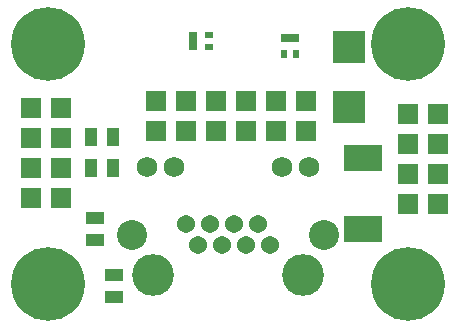
<source format=gbr>
G04 #@! TF.FileFunction,Soldermask,Bot*
%FSLAX46Y46*%
G04 Gerber Fmt 4.6, Leading zero omitted, Abs format (unit mm)*
G04 Created by KiCad (PCBNEW 4.0.1-stable) date 18. 2. 2016 10:37:37*
%MOMM*%
G01*
G04 APERTURE LIST*
%ADD10C,0.300000*%
%ADD11R,0.539720X0.689580*%
%ADD12C,3.540000*%
%ADD13C,2.540000*%
%ADD14C,1.540000*%
%ADD15C,1.740000*%
%ADD16R,1.764000X1.764000*%
%ADD17R,1.637000X1.129000*%
%ADD18C,6.240000*%
%ADD19R,1.129000X1.637000*%
%ADD20R,2.739360X2.790160*%
%ADD21R,0.689580X0.539720*%
%ADD22R,3.240000X2.240000*%
G04 APERTURE END LIST*
D10*
D11*
X25090120Y25974040D03*
X26090880Y25974040D03*
X25090120Y24571960D03*
X25590500Y25974040D03*
X26090880Y24571960D03*
D12*
X13970000Y5842000D03*
X26670000Y5842000D03*
D13*
X28450000Y9272000D03*
X12190000Y9272000D03*
D14*
X17780000Y8382000D03*
X19810000Y8382000D03*
X21840000Y8382000D03*
X23870000Y8382000D03*
X16760000Y10162000D03*
X18790000Y10162000D03*
X20820000Y10162000D03*
X22850000Y10162000D03*
D15*
X27180000Y14982000D03*
X24890000Y14982000D03*
X15750000Y14982000D03*
X13460000Y14982000D03*
D16*
X35560000Y19494500D03*
X38100000Y19494500D03*
X35560000Y16954500D03*
X38100000Y16954500D03*
X35560000Y14414500D03*
X38100000Y14414500D03*
X35560000Y11874500D03*
X38100000Y11874500D03*
D17*
X10668000Y5905500D03*
X10668000Y4000500D03*
D16*
X6159500Y12382500D03*
X3619500Y12382500D03*
X6159500Y14922500D03*
X3619500Y14922500D03*
X6159500Y17462500D03*
X3619500Y17462500D03*
X14224000Y18034000D03*
X14224000Y20574000D03*
X16764000Y18034000D03*
X16764000Y20574000D03*
D18*
X5080000Y25400000D03*
X35560000Y5080000D03*
X5080000Y5080000D03*
X35560000Y25400000D03*
D19*
X8699500Y14922500D03*
X10604500Y14922500D03*
X8699500Y17526000D03*
X10604500Y17526000D03*
D17*
X9080500Y10731500D03*
X9080500Y8826500D03*
D16*
X6159500Y20002500D03*
X3619500Y20002500D03*
D20*
X30543500Y25130760D03*
X30543500Y20081240D03*
D16*
X19304000Y18034000D03*
X19304000Y20574000D03*
X21844000Y18034000D03*
X21844000Y20574000D03*
X26924000Y18034000D03*
X26924000Y20574000D03*
X24384000Y18034000D03*
X24384000Y20574000D03*
D21*
X17332960Y25153620D03*
X17332960Y26154380D03*
X18735040Y25153620D03*
X17332960Y25654000D03*
X18735040Y26154380D03*
D22*
X31750000Y9763500D03*
X31750000Y15763500D03*
M02*

</source>
